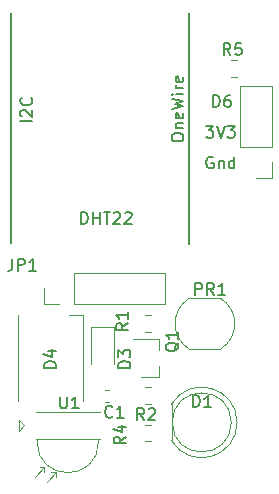
<source format=gto>
G04 #@! TF.GenerationSoftware,KiCad,Pcbnew,5.0.0*
G04 #@! TF.CreationDate,2018-08-02T12:49:40+02:00*
G04 #@! TF.ProjectId,PTL-IR_remote,50544C2D49525F72656D6F74652E6B69,v1.1*
G04 #@! TF.SameCoordinates,PXa4b7f80PY71d9820*
G04 #@! TF.FileFunction,Legend,Top*
G04 #@! TF.FilePolarity,Positive*
%FSLAX46Y46*%
G04 Gerber Fmt 4.6, Leading zero omitted, Abs format (unit mm)*
G04 Created by KiCad (PCBNEW 5.0.0) date Thu Aug  2 12:49:40 2018*
%MOMM*%
%LPD*%
G01*
G04 APERTURE LIST*
%ADD10C,0.150000*%
%ADD11C,0.200000*%
%ADD12C,0.120000*%
G04 APERTURE END LIST*
D10*
X20257142Y25000000D02*
X20161904Y25047620D01*
X20019047Y25047620D01*
X19876190Y25000000D01*
X19780952Y24904762D01*
X19733333Y24809524D01*
X19685714Y24619048D01*
X19685714Y24476191D01*
X19733333Y24285715D01*
X19780952Y24190477D01*
X19876190Y24095239D01*
X20019047Y24047620D01*
X20114285Y24047620D01*
X20257142Y24095239D01*
X20304761Y24142858D01*
X20304761Y24476191D01*
X20114285Y24476191D01*
X20733333Y24714286D02*
X20733333Y24047620D01*
X20733333Y24619048D02*
X20780952Y24666667D01*
X20876190Y24714286D01*
X21019047Y24714286D01*
X21114285Y24666667D01*
X21161904Y24571429D01*
X21161904Y24047620D01*
X22066666Y24047620D02*
X22066666Y25047620D01*
X22066666Y24095239D02*
X21971428Y24047620D01*
X21780952Y24047620D01*
X21685714Y24095239D01*
X21638095Y24142858D01*
X21590476Y24238096D01*
X21590476Y24523810D01*
X21638095Y24619048D01*
X21685714Y24666667D01*
X21780952Y24714286D01*
X21971428Y24714286D01*
X22066666Y24666667D01*
X19661904Y27647620D02*
X20280952Y27647620D01*
X19947619Y27266667D01*
X20090476Y27266667D01*
X20185714Y27219048D01*
X20233333Y27171429D01*
X20280952Y27076191D01*
X20280952Y26838096D01*
X20233333Y26742858D01*
X20185714Y26695239D01*
X20090476Y26647620D01*
X19804761Y26647620D01*
X19709523Y26695239D01*
X19661904Y26742858D01*
X20566666Y27647620D02*
X20900000Y26647620D01*
X21233333Y27647620D01*
X21471428Y27647620D02*
X22090476Y27647620D01*
X21757142Y27266667D01*
X21900000Y27266667D01*
X21995238Y27219048D01*
X22042857Y27171429D01*
X22090476Y27076191D01*
X22090476Y26838096D01*
X22042857Y26742858D01*
X21995238Y26695239D01*
X21900000Y26647620D01*
X21614285Y26647620D01*
X21519047Y26695239D01*
X21471428Y26742858D01*
X20261904Y29247620D02*
X20261904Y30247620D01*
X20500000Y30247620D01*
X20642857Y30200000D01*
X20738095Y30104762D01*
X20785714Y30009524D01*
X20833333Y29819048D01*
X20833333Y29676191D01*
X20785714Y29485715D01*
X20738095Y29390477D01*
X20642857Y29295239D01*
X20500000Y29247620D01*
X20261904Y29247620D01*
X21690476Y30247620D02*
X21500000Y30247620D01*
X21404761Y30200000D01*
X21357142Y30152381D01*
X21261904Y30009524D01*
X21214285Y29819048D01*
X21214285Y29438096D01*
X21261904Y29342858D01*
X21309523Y29295239D01*
X21404761Y29247620D01*
X21595238Y29247620D01*
X21690476Y29295239D01*
X21738095Y29342858D01*
X21785714Y29438096D01*
X21785714Y29676191D01*
X21738095Y29771429D01*
X21690476Y29819048D01*
X21595238Y29866667D01*
X21404761Y29866667D01*
X21309523Y29819048D01*
X21261904Y29771429D01*
X21214285Y29676191D01*
X16752380Y26576191D02*
X16752380Y26766667D01*
X16800000Y26861905D01*
X16895238Y26957143D01*
X17085714Y27004762D01*
X17419047Y27004762D01*
X17609523Y26957143D01*
X17704761Y26861905D01*
X17752380Y26766667D01*
X17752380Y26576191D01*
X17704761Y26480953D01*
X17609523Y26385715D01*
X17419047Y26338096D01*
X17085714Y26338096D01*
X16895238Y26385715D01*
X16800000Y26480953D01*
X16752380Y26576191D01*
X17085714Y27433334D02*
X17752380Y27433334D01*
X17180952Y27433334D02*
X17133333Y27480953D01*
X17085714Y27576191D01*
X17085714Y27719048D01*
X17133333Y27814286D01*
X17228571Y27861905D01*
X17752380Y27861905D01*
X17704761Y28719048D02*
X17752380Y28623810D01*
X17752380Y28433334D01*
X17704761Y28338096D01*
X17609523Y28290477D01*
X17228571Y28290477D01*
X17133333Y28338096D01*
X17085714Y28433334D01*
X17085714Y28623810D01*
X17133333Y28719048D01*
X17228571Y28766667D01*
X17323809Y28766667D01*
X17419047Y28290477D01*
X16752380Y29100000D02*
X17752380Y29338096D01*
X17038095Y29528572D01*
X17752380Y29719048D01*
X16752380Y29957143D01*
X17752380Y30338096D02*
X17085714Y30338096D01*
X16752380Y30338096D02*
X16800000Y30290477D01*
X16847619Y30338096D01*
X16800000Y30385715D01*
X16752380Y30338096D01*
X16847619Y30338096D01*
X17752380Y30814286D02*
X17085714Y30814286D01*
X17276190Y30814286D02*
X17180952Y30861905D01*
X17133333Y30909524D01*
X17085714Y31004762D01*
X17085714Y31100000D01*
X17704761Y31814286D02*
X17752380Y31719048D01*
X17752380Y31528572D01*
X17704761Y31433334D01*
X17609523Y31385715D01*
X17228571Y31385715D01*
X17133333Y31433334D01*
X17085714Y31528572D01*
X17085714Y31719048D01*
X17133333Y31814286D01*
X17228571Y31861905D01*
X17323809Y31861905D01*
X17419047Y31385715D01*
X4952380Y28023810D02*
X3952380Y28023810D01*
X4047619Y28452381D02*
X4000000Y28500000D01*
X3952380Y28595239D01*
X3952380Y28833334D01*
X4000000Y28928572D01*
X4047619Y28976191D01*
X4142857Y29023810D01*
X4238095Y29023810D01*
X4380952Y28976191D01*
X4952380Y28404762D01*
X4952380Y29023810D01*
X4857142Y30023810D02*
X4904761Y29976191D01*
X4952380Y29833334D01*
X4952380Y29738096D01*
X4904761Y29595239D01*
X4809523Y29500000D01*
X4714285Y29452381D01*
X4523809Y29404762D01*
X4380952Y29404762D01*
X4190476Y29452381D01*
X4095238Y29500000D01*
X4000000Y29595239D01*
X3952380Y29738096D01*
X3952380Y29833334D01*
X4000000Y29976191D01*
X4047619Y30023810D01*
D11*
X18224500Y37211000D02*
X18224500Y17653000D01*
X3111500Y17716500D02*
X3111500Y37211000D01*
D12*
G04 #@! TO.C,U1*
X3861000Y1786000D02*
X4261000Y2286000D01*
X3861000Y2786000D02*
X3861000Y1786000D01*
X4261000Y2286000D02*
X3861000Y2786000D01*
X10561000Y886000D02*
X10561000Y1086000D01*
X5361000Y886000D02*
X5361000Y1086000D01*
X10701000Y1136000D02*
X5301000Y1136000D01*
X10701000Y3386000D02*
X5301000Y3386000D01*
X5981000Y-1264000D02*
X5581000Y-1264000D01*
X5981000Y-1264000D02*
X5981000Y-1664000D01*
X5981000Y-1264000D02*
X5181000Y-2064000D01*
X6981000Y-1664000D02*
X6181000Y-2464000D01*
X6981000Y-1664000D02*
X6981000Y-2064000D01*
X6981000Y-1664000D02*
X6581000Y-1664000D01*
X5361000Y886000D02*
G75*
G03X10561000Y886000I2600000J0D01*
G01*
G04 #@! TO.C,Q1*
X15660000Y6420000D02*
X15660000Y7350000D01*
X15660000Y9580000D02*
X15660000Y8650000D01*
X15660000Y9580000D02*
X13500000Y9580000D01*
X15660000Y6420000D02*
X14200000Y6420000D01*
G04 #@! TO.C,R5*
X22321078Y33210000D02*
X21803922Y33210000D01*
X22321078Y31790000D02*
X21803922Y31790000D01*
G04 #@! TO.C,R1*
X15008578Y10190000D02*
X14491422Y10190000D01*
X15008578Y11610000D02*
X14491422Y11610000D01*
G04 #@! TO.C,R2*
X14990578Y5536000D02*
X14473422Y5536000D01*
X14990578Y4116000D02*
X14473422Y4116000D01*
G04 #@! TO.C,R4*
X14990578Y941000D02*
X14473422Y941000D01*
X14990578Y2361000D02*
X14473422Y2361000D01*
G04 #@! TO.C,DHT22*
X16189000Y12570000D02*
X16189000Y15230000D01*
X8509000Y12570000D02*
X16189000Y12570000D01*
X8509000Y15230000D02*
X16189000Y15230000D01*
X8509000Y12570000D02*
X8509000Y15230000D01*
X7239000Y12570000D02*
X5909000Y12570000D01*
X5909000Y12570000D02*
X5909000Y13900000D01*
G04 #@! TO.C,D4*
X3750000Y11650000D02*
X3750000Y4350000D01*
X8100000Y11650000D02*
X9250000Y11650000D01*
X9250000Y11650000D02*
X9250000Y4350000D01*
G04 #@! TO.C,PR1*
X20890000Y13050000D02*
X18240000Y13050000D01*
X20890000Y8750000D02*
X18240000Y8750000D01*
X20915476Y8765612D02*
G75*
G03X20890000Y13050000I-1325476J2134388D01*
G01*
X18211973Y13032144D02*
G75*
G03X18240000Y8750000I1378027J-2132144D01*
G01*
G04 #@! TO.C,C1*
X11471267Y4290000D02*
X11128733Y4290000D01*
X11471267Y5310000D02*
X11128733Y5310000D01*
G04 #@! TO.C,D1*
X22294000Y2540462D02*
G75*
G02X16744000Y995170I-2990000J-462D01*
G01*
X22294000Y2539538D02*
G75*
G03X16744000Y4084830I-2990000J462D01*
G01*
X21804000Y2540000D02*
G75*
G03X21804000Y2540000I-2500000J0D01*
G01*
X16744000Y4085000D02*
X16744000Y995000D01*
G04 #@! TO.C,D3*
X11900000Y7450000D02*
X11900000Y10650000D01*
X9900000Y10650000D02*
X9900000Y7450000D01*
X9900000Y10650000D02*
X11900000Y10650000D01*
G04 #@! TO.C,J4*
X25230000Y31010000D02*
X22570000Y31010000D01*
X25230000Y25870000D02*
X25230000Y31010000D01*
X22570000Y25870000D02*
X22570000Y31010000D01*
X25230000Y25870000D02*
X22570000Y25870000D01*
X25230000Y24600000D02*
X25230000Y23270000D01*
X25230000Y23270000D02*
X23900000Y23270000D01*
G04 #@! TO.C,U1*
D10*
X7299095Y4733620D02*
X7299095Y3924096D01*
X7346714Y3828858D01*
X7394333Y3781239D01*
X7489571Y3733620D01*
X7680047Y3733620D01*
X7775285Y3781239D01*
X7822904Y3828858D01*
X7870523Y3924096D01*
X7870523Y4733620D01*
X8870523Y3733620D02*
X8299095Y3733620D01*
X8584809Y3733620D02*
X8584809Y4733620D01*
X8489571Y4590762D01*
X8394333Y4495524D01*
X8299095Y4447905D01*
G04 #@! TO.C,Q1*
X17347619Y9304762D02*
X17300000Y9209524D01*
X17204761Y9114286D01*
X17061904Y8971429D01*
X17014285Y8876191D01*
X17014285Y8780953D01*
X17252380Y8828572D02*
X17204761Y8733334D01*
X17109523Y8638096D01*
X16919047Y8590477D01*
X16585714Y8590477D01*
X16395238Y8638096D01*
X16300000Y8733334D01*
X16252380Y8828572D01*
X16252380Y9019048D01*
X16300000Y9114286D01*
X16395238Y9209524D01*
X16585714Y9257143D01*
X16919047Y9257143D01*
X17109523Y9209524D01*
X17204761Y9114286D01*
X17252380Y9019048D01*
X17252380Y8828572D01*
X17252380Y10209524D02*
X17252380Y9638096D01*
X17252380Y9923810D02*
X16252380Y9923810D01*
X16395238Y9828572D01*
X16490476Y9733334D01*
X16538095Y9638096D01*
G04 #@! TO.C,R5*
X21733333Y33647620D02*
X21400000Y34123810D01*
X21161904Y33647620D02*
X21161904Y34647620D01*
X21542857Y34647620D01*
X21638095Y34600000D01*
X21685714Y34552381D01*
X21733333Y34457143D01*
X21733333Y34314286D01*
X21685714Y34219048D01*
X21638095Y34171429D01*
X21542857Y34123810D01*
X21161904Y34123810D01*
X22638095Y34647620D02*
X22161904Y34647620D01*
X22114285Y34171429D01*
X22161904Y34219048D01*
X22257142Y34266667D01*
X22495238Y34266667D01*
X22590476Y34219048D01*
X22638095Y34171429D01*
X22685714Y34076191D01*
X22685714Y33838096D01*
X22638095Y33742858D01*
X22590476Y33695239D01*
X22495238Y33647620D01*
X22257142Y33647620D01*
X22161904Y33695239D01*
X22114285Y33742858D01*
G04 #@! TO.C,R1*
X13052380Y10933334D02*
X12576190Y10600000D01*
X13052380Y10361905D02*
X12052380Y10361905D01*
X12052380Y10742858D01*
X12100000Y10838096D01*
X12147619Y10885715D01*
X12242857Y10933334D01*
X12385714Y10933334D01*
X12480952Y10885715D01*
X12528571Y10838096D01*
X12576190Y10742858D01*
X12576190Y10361905D01*
X13052380Y11885715D02*
X13052380Y11314286D01*
X13052380Y11600000D02*
X12052380Y11600000D01*
X12195238Y11504762D01*
X12290476Y11409524D01*
X12338095Y11314286D01*
G04 #@! TO.C,R2*
X14433333Y2747620D02*
X14100000Y3223810D01*
X13861904Y2747620D02*
X13861904Y3747620D01*
X14242857Y3747620D01*
X14338095Y3700000D01*
X14385714Y3652381D01*
X14433333Y3557143D01*
X14433333Y3414286D01*
X14385714Y3319048D01*
X14338095Y3271429D01*
X14242857Y3223810D01*
X13861904Y3223810D01*
X14814285Y3652381D02*
X14861904Y3700000D01*
X14957142Y3747620D01*
X15195238Y3747620D01*
X15290476Y3700000D01*
X15338095Y3652381D01*
X15385714Y3557143D01*
X15385714Y3461905D01*
X15338095Y3319048D01*
X14766666Y2747620D01*
X15385714Y2747620D01*
G04 #@! TO.C,R4*
X12852380Y1333334D02*
X12376190Y1000000D01*
X12852380Y761905D02*
X11852380Y761905D01*
X11852380Y1142858D01*
X11900000Y1238096D01*
X11947619Y1285715D01*
X12042857Y1333334D01*
X12185714Y1333334D01*
X12280952Y1285715D01*
X12328571Y1238096D01*
X12376190Y1142858D01*
X12376190Y761905D01*
X12185714Y2190477D02*
X12852380Y2190477D01*
X11804761Y1952381D02*
X12519047Y1714286D01*
X12519047Y2333334D01*
G04 #@! TO.C,DHT22*
X9080952Y19347620D02*
X9080952Y20347620D01*
X9319047Y20347620D01*
X9461904Y20300000D01*
X9557142Y20204762D01*
X9604761Y20109524D01*
X9652380Y19919048D01*
X9652380Y19776191D01*
X9604761Y19585715D01*
X9557142Y19490477D01*
X9461904Y19395239D01*
X9319047Y19347620D01*
X9080952Y19347620D01*
X10080952Y19347620D02*
X10080952Y20347620D01*
X10080952Y19871429D02*
X10652380Y19871429D01*
X10652380Y19347620D02*
X10652380Y20347620D01*
X10985714Y20347620D02*
X11557142Y20347620D01*
X11271428Y19347620D02*
X11271428Y20347620D01*
X11842857Y20252381D02*
X11890476Y20300000D01*
X11985714Y20347620D01*
X12223809Y20347620D01*
X12319047Y20300000D01*
X12366666Y20252381D01*
X12414285Y20157143D01*
X12414285Y20061905D01*
X12366666Y19919048D01*
X11795238Y19347620D01*
X12414285Y19347620D01*
X12795238Y20252381D02*
X12842857Y20300000D01*
X12938095Y20347620D01*
X13176190Y20347620D01*
X13271428Y20300000D01*
X13319047Y20252381D01*
X13366666Y20157143D01*
X13366666Y20061905D01*
X13319047Y19919048D01*
X12747619Y19347620D01*
X13366666Y19347620D01*
G04 #@! TO.C,D4*
X6952380Y7161905D02*
X5952380Y7161905D01*
X5952380Y7400000D01*
X6000000Y7542858D01*
X6095238Y7638096D01*
X6190476Y7685715D01*
X6380952Y7733334D01*
X6523809Y7733334D01*
X6714285Y7685715D01*
X6809523Y7638096D01*
X6904761Y7542858D01*
X6952380Y7400000D01*
X6952380Y7161905D01*
X6285714Y8590477D02*
X6952380Y8590477D01*
X5904761Y8352381D02*
X6619047Y8114286D01*
X6619047Y8733334D01*
G04 #@! TO.C,PR1*
X18761904Y13347620D02*
X18761904Y14347620D01*
X19142857Y14347620D01*
X19238095Y14300000D01*
X19285714Y14252381D01*
X19333333Y14157143D01*
X19333333Y14014286D01*
X19285714Y13919048D01*
X19238095Y13871429D01*
X19142857Y13823810D01*
X18761904Y13823810D01*
X20333333Y13347620D02*
X20000000Y13823810D01*
X19761904Y13347620D02*
X19761904Y14347620D01*
X20142857Y14347620D01*
X20238095Y14300000D01*
X20285714Y14252381D01*
X20333333Y14157143D01*
X20333333Y14014286D01*
X20285714Y13919048D01*
X20238095Y13871429D01*
X20142857Y13823810D01*
X19761904Y13823810D01*
X21285714Y13347620D02*
X20714285Y13347620D01*
X21000000Y13347620D02*
X21000000Y14347620D01*
X20904761Y14204762D01*
X20809523Y14109524D01*
X20714285Y14061905D01*
G04 #@! TO.C,C1*
X11733333Y3042858D02*
X11685714Y2995239D01*
X11542857Y2947620D01*
X11447619Y2947620D01*
X11304761Y2995239D01*
X11209523Y3090477D01*
X11161904Y3185715D01*
X11114285Y3376191D01*
X11114285Y3519048D01*
X11161904Y3709524D01*
X11209523Y3804762D01*
X11304761Y3900000D01*
X11447619Y3947620D01*
X11542857Y3947620D01*
X11685714Y3900000D01*
X11733333Y3852381D01*
X12685714Y2947620D02*
X12114285Y2947620D01*
X12400000Y2947620D02*
X12400000Y3947620D01*
X12304761Y3804762D01*
X12209523Y3709524D01*
X12114285Y3661905D01*
G04 #@! TO.C,D1*
X18565904Y3847620D02*
X18565904Y4847620D01*
X18804000Y4847620D01*
X18946857Y4800000D01*
X19042095Y4704762D01*
X19089714Y4609524D01*
X19137333Y4419048D01*
X19137333Y4276191D01*
X19089714Y4085715D01*
X19042095Y3990477D01*
X18946857Y3895239D01*
X18804000Y3847620D01*
X18565904Y3847620D01*
X20089714Y3847620D02*
X19518285Y3847620D01*
X19804000Y3847620D02*
X19804000Y4847620D01*
X19708761Y4704762D01*
X19613523Y4609524D01*
X19518285Y4561905D01*
G04 #@! TO.C,D3*
X13252380Y7161905D02*
X12252380Y7161905D01*
X12252380Y7400000D01*
X12300000Y7542858D01*
X12395238Y7638096D01*
X12490476Y7685715D01*
X12680952Y7733334D01*
X12823809Y7733334D01*
X13014285Y7685715D01*
X13109523Y7638096D01*
X13204761Y7542858D01*
X13252380Y7400000D01*
X13252380Y7161905D01*
X12252380Y8066667D02*
X12252380Y8685715D01*
X12633333Y8352381D01*
X12633333Y8495239D01*
X12680952Y8590477D01*
X12728571Y8638096D01*
X12823809Y8685715D01*
X13061904Y8685715D01*
X13157142Y8638096D01*
X13204761Y8590477D01*
X13252380Y8495239D01*
X13252380Y8209524D01*
X13204761Y8114286D01*
X13157142Y8066667D01*
G04 #@! TO.C,JP1*
D11*
X3266666Y16397620D02*
X3266666Y15683334D01*
X3219047Y15540477D01*
X3123809Y15445239D01*
X2980952Y15397620D01*
X2885714Y15397620D01*
X3742857Y15397620D02*
X3742857Y16397620D01*
X4123809Y16397620D01*
X4219047Y16350000D01*
X4266666Y16302381D01*
X4314285Y16207143D01*
X4314285Y16064286D01*
X4266666Y15969048D01*
X4219047Y15921429D01*
X4123809Y15873810D01*
X3742857Y15873810D01*
X5266666Y15397620D02*
X4695238Y15397620D01*
X4980952Y15397620D02*
X4980952Y16397620D01*
X4885714Y16254762D01*
X4790476Y16159524D01*
X4695238Y16111905D01*
G04 #@! TD*
M02*

</source>
